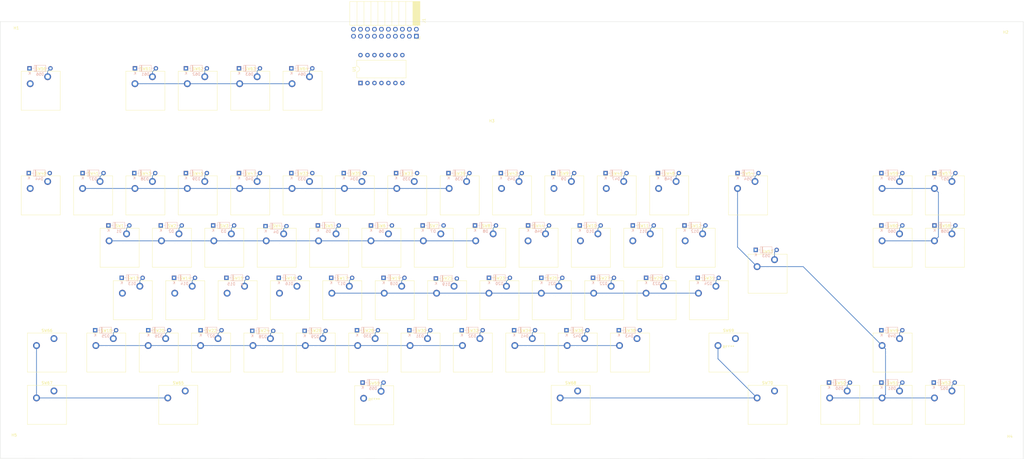
<source format=kicad_pcb>
(kicad_pcb (version 20221018) (generator pcbnew)
  (layers (0 "F.Cu" signal) (31 "B.Cu" signal) (34 "B.Paste" user) (35 "F.Paste" user) (36 "B.SilkS" user "B.Silkscreen") (37 "F.SilkS" user "F.Silkscreen") (38 "B.Mask" user) (39 "F.Mask" user) (44 "Edge.Cuts" user))
  (net 0 "")
  (net 1 "VCC")
  (net 2 "/mod1")
  (net 3 "/col0")
  (net 4 "/row0")
  (net 5 "/col1")
  (net 6 "/row1")
  (net 7 "/col2")
  (net 8 "/row2")
  (net 9 "/col3")
  (net 10 "/row3")
  (net 11 "/col4")
  (net 12 "/row4")
  (net 13 "/col5")
  (net 14 "/row5")
  (net 15 "/col6")
  (net 16 "/row6")
  (net 17 "/col7")
  (net 18 "/row7")
  (net 19 "/mod0")
  (net 20 "GND")
  (net 21 "Net-(R9-Pad1)")
  (net 22 "Net-(R10-Pad1)")
  (net 23 "Net-(R11-Pad1)")
  (net 26 "Net-(D1-A)")
  (net 27 "Net-(D2-A)")
  (net 28 "Net-(D3-A)")
  (net 29 "Net-(D4-A)")
  (net 30 "Net-(D5-A)")
  (net 31 "Net-(D6-A)")
  (net 32 "Net-(D7-A)")
  (net 33 "Net-(D8-A)")
  (net 34 "Net-(D9-A)")
  (net 35 "Net-(D10-A)")
  (net 36 "Net-(D11-A)")
  (net 37 "Net-(D12-A)")
  (net 38 "Net-(D13-A)")
  (net 39 "Net-(D14-A)")
  (net 40 "Net-(D15-A)")
  (net 41 "Net-(D16-A)")
  (net 42 "Net-(D17-A)")
  (net 43 "Net-(D18-K)")
  (net 44 "Net-(D18-A)")
  (net 45 "Net-(D19-A)")
  (net 46 "Net-(D20-A)")
  (net 47 "Net-(D21-A)")
  (net 48 "Net-(D22-A)")
  (net 49 "Net-(D23-A)")
  (net 50 "Net-(D24-A)")
  (net 51 "Net-(D25-A)")
  (net 52 "Net-(D26-A)")
  (net 53 "Net-(D27-A)")
  (net 54 "Net-(D28-A)")
  (net 55 "Net-(D29-A)")
  (net 56 "Net-(D30-A)")
  (net 57 "Net-(D31-A)")
  (net 58 "Net-(D32-A)")
  (net 59 "Net-(D33-A)")
  (net 60 "Net-(D34-A)")
  (net 61 "Net-(D35-A)")
  (net 62 "Net-(D36-A)")
  (net 63 "Net-(D37-A)")
  (net 64 "Net-(D38-A)")
  (net 65 "Net-(D39-A)")
  (net 66 "Net-(D40-A)")
  (net 67 "Net-(D41-A)")
  (net 68 "Net-(D42-A)")
  (net 69 "Net-(D43-A)")
  (net 70 "Net-(D44-A)")
  (net 71 "Net-(D45-A)")
  (net 72 "Net-(D46-A)")
  (net 73 "Net-(D47-A)")
  (net 74 "Net-(D48-A)")
  (net 75 "Net-(D49-A)")
  (net 76 "Net-(D50-A)")
  (net 77 "Net-(D51-A)")
  (net 78 "Net-(D52-A)")
  (net 79 "Net-(D53-A)")
  (net 80 "Net-(D54-A)")
  (net 81 "Net-(D55-A)")
  (net 82 "Net-(D56-A)")
  (net 83 "Net-(D57-A)")
  (net 84 "Net-(D58-A)")
  (net 85 "Net-(D59-A)")
  (net 86 "Net-(D60-A)")
  (net 87 "Net-(D61-A)")
  (net 88 "Net-(D62-A)")
  (net 89 "Net-(D63-A)")
  (net 90 "Net-(D64-A)")
  (footprint "PCM_Switch_Keyboard_Cherry_MX:SW_Cherry_MX_PCB_1.00u" (layer "F.Cu") (at 145.796 118.11)
    (fp_text reference "SW5")
    (fp_text value "T")
  )
  (footprint "PCM_Switch_Keyboard_Cherry_MX:SW_Cherry_MX_PCB_1.00u" (layer "F.Cu") (at 40.894 60.96)
    (fp_text reference "SW56")
    (fp_text value "Escape")
  )
  (footprint "PCM_Switch_Keyboard_Cherry_MX:SW_Cherry_MX_PCB_2.00u" (layer "F.Cu") (at 298.196 99.06)
    (fp_text reference "SW54")
    (fp_text value "Backspace")
  )
  (footprint "PCM_Switch_Keyboard_Cherry_MX:SW_Cherry_MX_PCB_1.00u" (layer "F.Cu") (at 231.394 99.06)
    (fp_text reference "SW9")
    (fp_text value "O")
  )
  (footprint "PCM_Switch_Keyboard_Cherry_MX:SW_Cherry_MX_PCB_1.00u" (layer "F.Cu") (at 283.972 137.16)
    (fp_text reference "SW31")
    (fp_text value "*")
  )
  (footprint "PCM_Switch_Keyboard_Cherry_MX:SW_Cherry_MX_PCB_1.00u" (layer "F.Cu") (at 207.772 137.16)
    (fp_text reference "SW23")
    (fp_text value "K")
  )
  (footprint "PCM_Switch_Keyboard_Cherry_MX:SW_Cherry_MX_PCB_1.00u" (layer "F.Cu") (at 83.82 156.21)
    (fp_text reference "SW20")
    (fp_text value "Z")
  )
  (footprint "PCM_Switch_Keyboard_Cherry_MX:SW_Cherry_MX_PCB_1.00u" (layer "F.Cu") (at 260.096 118.11)
    (fp_text reference "SW11")
    (fp_text value "Å")
  )
  (footprint "PCM_Switch_Keyboard_Cherry_MX:SW_Cherry_MX_PCB_1.00u" (layer "F.Cu") (at 164.846 118.11)
    (fp_text reference "SW6")
    (fp_text value "Y")
  )
  (footprint "PCM_Switch_Keyboard_Cherry_MX:SW_Cherry_MX_PCB_1.00u" (layer "F.Cu") (at 64.77 156.21)
    (fp_text reference "SW18")
    (fp_text value "<")
  )
  (footprint "PCM_Switch_Keyboard_Cherry_MX:SW_Cherry_MX_PCB_1.00u" (layer "F.Cu") (at 369.824 99.06)
    (fp_text reference "SW57")
    (fp_text value "PageUp")
  )
  (footprint "PCM_Switch_Keyboard_Cherry_MX:SW_Cherry_MX_PCB_1.00u" (layer "F.Cu") (at 179.07 156.21)
    (fp_text reference "SW30")
    (fp_text value "N")
  )
  (footprint "MountingHole:MountingHole_2.5mm" (layer "F.Cu") (at 204.978 75.438)
    (fp_text reference "H3")
    (fp_text value "MountingHole")
  )
  (footprint "MountingHole:MountingHole_2.5mm" (layer "F.Cu") (at 31.242 189.738)
    (fp_text reference "H5")
    (fp_text value "MountingHole")
  )
  (footprint "PCM_Switch_Keyboard_Cherry_MX:SW_Cherry_MX_PCB_1.00u" (layer "F.Cu") (at 117.094 60.96)
    (fp_text reference "SW63")
    (fp_text value "F3")
  )
  (footprint "PCM_Switch_Keyboard_Cherry_MX:SW_Cherry_MX_PCB_1.00u" (layer "F.Cu") (at 226.822 137.16)
    (fp_text reference "SW25")
    (fp_text value "L")
  )
  (footprint "PCM_Mounting_Keyboard_Stabilizer:Stabilizer_Cherry_MX_6.00u" (layer "F.Cu") (at 162.179 175.387)
    (fp_text reference "REF**")
    (fp_text value "Stabilizer_Cherry_MX_6.00u")
  )
  (footprint "PCM_Switch_Keyboard_Cherry_MX:SW_Cherry_MX_PCB_1.00u" (layer "F.Cu") (at 193.294 99.06)
    (fp_text reference "SW39")
    (fp_text value "8")
  )
  (footprint "PCM_Switch_Keyboard_Cherry_MX:SW_Cherry_MX_PCB_1.00u" (layer "F.Cu") (at 350.774 118.11)
    (fp_text reference "SW60")
    (fp_text value "End")
  )
  (footprint "PCM_Switch_Keyboard_Cherry_MX:SW_Cherry_MX_PCB_2.75u" (layer "F.Cu") (at 291.084 156.21)
    (fp_text reference "SW69")
    (fp_text value "Shift")
  )
  (footprint "PCM_Switch_Keyboard_Cherry_MX:SW_Cherry_MX_PCB_ISOEnter" (layer "F.Cu") (at 305.308 127.508)
    (fp_text reference "SW53")
    (fp_text value "Enter")
  )
  (footprint "PCM_Switch_Keyboard_Cherry_MX:SW_Cherry_MX_PCB_1.00u" (layer "F.Cu") (at 255.27 156.21)
    (fp_text reference "SW38")
    (fp_text value "-")
  )
  (footprint "Connector_PinSocket_2.54mm:PinSocket_2x10_P2.54mm_Horizontal" (layer "F.Cu") (at 177.546 41.148 -90)
    (fp_text reference "J1")
    (fp_text value "keyboard connector")
  )
  (footprint "PCM_Switch_Keyboard_Cherry_MX:SW_Cherry_MX_PCB_1.00u" (layer "F.Cu") (at 236.22 156.21)
    (fp_text reference "SW36")
    (fp_text value ":")
  )
  (footprint "PCM_Switch_Keyboard_Cherry_MX:SW_Cherry_MX_PCB_1.00u" (layer "F.Cu") (at 121.92 156.21)
    (fp_text reference "SW24")
    (fp_text value "C")
  )
  (footprint "PCM_Switch_Keyboard_Cherry_MX:SW_Cherry_MX_PCB_1.00u" (layer "F.Cu") (at 250.444 99.06)
    (fp_text reference "SW46")
    (fp_text value "+")
  )
  (footprint "PCM_Switch_Keyboard_Cherry_MX:SW_Cherry_MX_PCB_1.00u" (layer "F.Cu") (at 202.946 118.11)
    (fp_text reference "SW8")
    (fp_text value "I")
  )
  (footprint "PCM_Switch_Keyboard_Cherry_MX:SW_Cherry_MX_PCB_1.00u" (layer "F.Cu") (at 331.724 175.26)
    (fp_text reference "SW50")
    (fp_text value "Left")
  )
  (footprint "PCM_Switch_Keyboard_Cherry_MX:SW_Cherry_MX_PCB_1.00u" (layer "F.Cu") (at 40.894 99.06)
    (fp_text reference "SW40")
    (fp_text value "§")
  )
  (footprint "PCM_Switch_Keyboard_Cherry_MX:SW_Cherry_MX_PCB_1.25u" (layer "F.Cu") (at 90.932 175.26)
    (fp_text reference "SW65")
    (fp_text value "Alt")
  )
  (footprint "PCM_Switch_Keyboard_Cherry_MX:SW_Cherry_MX_PCB_1.00u" (layer "F.Cu") (at 107.696 118.11)
    (fp_text reference "SW3")
    (fp_text value "E")
  )
  (footprint "PCM_Switch_Keyboard_Cherry_MX:SW_Cherry_MX_PCB_1.00u" (layer "F.Cu") (at 350.774 156.21)
    (fp_text reference "SW49")
    (fp_text value "Up")
  )
  (footprint "PCM_Switch_Keyboard_Cherry_MX:SW_Cherry_MX_PCB_1.00u" (layer "F.Cu") (at 174.244 99.06)
    (fp_text reference "SW37")
    (fp_text value "7")
  )
  (footprint "PCM_Switch_Keyboard_Cherry_MX:SW_Cherry_MX_PCB_1.00u" (layer "F.Cu") (at 264.922 137.16)
    (fp_text reference "SW29")
    (fp_text value "Ä")
  )
  (footprint "PCM_Switch_Keyboard_Cherry_MX:SW_Cherry_MX_PCB_1.00u" (layer "F.Cu") (at 160.02 156.21)
    (fp_text reference "SW28")
    (fp_text value "B")
  )
  (footprint "PCM_Switch_Keyboard_Cherry_MX:SW_Cherry_MX_PCB_1.25u" (layer "F.Cu") (at 43.18 175.26)
    (fp_text reference "SW67")
    (fp_text value "Ctrl")
  )
  (footprint "PCM_Switch_Keyboard_Cherry_MX:SW_Cherry_MX_PCB_1.00u" (layer "F.Cu") (at 269.494 99.06)
    (fp_text reference "SW48")
    (fp_text value "Backtick")
  )
  (footprint "PCM_Switch_Keyboard_Cherry_MX:SW_Cherry_MX_PCB_1.00u" (layer "F.Cu") (at 350.774 175.26)
    (fp_text reference "SW51")
    (fp_text value "Down")
  )
  (footprint "PCM_Switch_Keyboard_Cherry_MX:SW_Cherry_MX_PCB_1.00u" (layer "F.Cu") (at 112.522 137.16)
    (fp_text reference "SW15")
    (fp_text value "D")
  )
  (footprint "PCM_Switch_Keyboard_Cherry_MX:SW_Cherry_MX_PCB_1.00u" (layer "F.Cu") (at 93.472 137.16)
    (fp_text reference "SW14")
    (fp_text value "S")
  )
  (footprint "PCM_Switch_Keyboard_Cherry_MX:SW_Cherry_MX_PCB_1.00u" (layer "F.Cu") (at 59.944 99.06)
    (fp_text reference "SW41")
    (fp_text value "1")
  )
  (footprint "PCM_Switch_Keyboard_Cherry_MX:SW_Cherry_MX_PCB_1.00u" (layer "F.Cu") (at 279.146 118.11)
    (fp_text reference "SW12")
    (fp_text value "^")
  )
  (footprint "Package_DIP:DIP-14_W10.16mm" (layer "F.Cu") (at 157.226 58.166 90)
    (fp_text reference "U1")
    (fp_text value "74HCT32")
  )
  (footprint "PCM_Switch_Keyboard_Cherry_MX:SW_Cherry_MX_PCB_1.00u" (layer "F.Cu") (at 136.144 99.06)
    (fp_text reference "SW33")
    (fp_text value "5")
  )
  (footprint "PCM_Switch_Keyboard_Cherry_MX:SW_Cherry_MX_PCB_1.00u" (layer "F.Cu") (at 221.996 118.11)
    (fp_text reference "SW44")
    (fp_text value "0")
  )
  (footprint "PCM_Switch_Keyboard_Cherry_MX:SW_Cherry_MX_PCB_1.00u" (layer "F.Cu") (at 162.179 175.387)
    (fp_text reference "SW55")
    (fp_text value "Space")
  )
  (footprint "PCM_Switch_Keyboard_Cherry_MX:SW_Cherry_MX_PCB_1.00u" (layer "F.Cu") (at 78.994 60.96)
    (fp_text reference "SW61")
    (fp_text value "F1")
  )
  (footprint "PCM_Switch_Keyboard_Cherry_MX:SW_Cherry_MX_PCB_1.25u" (layer "F.Cu") (at 233.68 175.26)
    (fp_text reference "SW68")
    (fp_text value "Alt")
  )
  (footprint "MountingHole:MountingHole_2.5mm" (layer "F.Cu") (at 391.922 43.18)
    (fp_text reference "H2")
    (fp_text value "MountingHole")
  )
  (footprint "PCM_Switch_Keyboard_Cherry_MX:SW_Cherry_MX_PCB_1.00u" (layer "F.Cu") (at 126.746 118.11)
    (fp_text reference "SW4")
    (fp_text value "R")
  )
  (footprint "PCM_Switch_Keyboard_Cherry_MX:SW_Cherry_MX_PCB_1.00u" (layer "F.Cu") (at 88.646 118.11)
    (fp_text reference "SW2")
    (fp_text value "W")
  )
  (footprint "PCM_Switch_Keyboard_Cherry_MX:SW_Cherry_MX_PCB_1.00u" (layer "F.Cu") (at 131.572 137.16)
    (fp_text reference "SW16")
    (fp_text value "F")
  )
  (footprint "PCM_Switch_Keyboard_Cherry_MX:SW_Cherry_MX_PCB_1.25u" (layer "F.Cu") (at 43.18 156.21)
    (fp_text reference "SW66")
    (fp_text value "Shift")
  )
  (footprint "PCM_Switch_Keyboard_Cherry_MX:SW_Cherry_MX_PCB_1.00u" (layer "F.Cu") (at 245.872 137.16)
    (fp_text reference "SW27")
    (fp_text value "Ö")
  )
  (footprint "PCM_Switch_Keyboard_Cherry_MX:SW_Cherry_MX_PCB_1.00u" (layer "F.Cu") (at 350.774 99.06)
    (fp_text reference "SW59")
    (fp_text value "Home")
  )
  (footprint "PCM_Switch_Keyboard_Cherry_MX:SW_Cherry_MX_PCB_1.00u" (layer "F.Cu") (at 140.97 156.21)
    (fp_text reference "SW26")
    (fp_text value "V")
  )
  (footprint "PCM_Switch_Keyboard_Cherry_MX:SW_Cherry_MX_PCB_1.00u" (layer "F.Cu") (at 212.344 99.06)
    (fp_text reference "SW42")
    (fp_text value "9")
  )
  (footprint "PCM_Switch_Keyboard_Cherry_MX:SW_Cherry_MX_PCB_1.00u" (layer "F.Cu") (at 98.044 60.96)
    (fp_text reference "SW62")
    (fp_text value "F2")
  )
  (footprint "PCM_Switch_Keyboard_Cherry_MX:SW_Cherry_MX_PCB_1.00u" (layer "F.Cu") (at 155.194 99.06)
    (fp_text reference "SW35")
    (fp_text value "6")
  )
  (footprint "PCM_Switch_Keyboard_Cherry_MX:SW_Cherry_MX_PCB_1.25u" (layer "F.Cu") (at 305.308 175.26)
    (fp_text reference "SW70")
    (fp_text value "Ctrl")
  )
  (footprint "PCM_Switch_Keyboard_Cherry_MX:SW_Cherry_MX_PCB_1.00u" (layer "F.Cu") (at 136.144 60.96)
    (fp_text reference "SW64")
    (fp_text value "F4")
  )
  (footprint "PCM_Switch_Keyboard_Cherry_MX:SW_Cherry_MX_PCB_1.00u" (layer "F.Cu") (at 198.12 156.21)
    (fp_text reference "SW32")
    (fp_text value "M")
  )
  (footprint "PCM_Switch_Keyboard_Cherry_MX:SW_Cherry_MX_PCB_1.00u" (layer "F.Cu") (at 241.046 118.11)
    (fp_text reference "SW10")
    (fp_text value "P")
  )
  (footprint "MountingHole:MountingHole_2.5mm" (layer "F.Cu") (at 393.446 190.246)
    (fp_text reference "H4")
    (fp_text value "MountingHole")
  )
  (footprint "MountingHole:MountingHole_2.5mm" (layer "F.Cu") (at 32.004 41.656)
    (fp_text reference "H1")
    (fp_text value "MountingHole")
  )
  (footprint "PCM_Switch_Keyboard_Cherry_MX:SW_Cherry_MX_PCB_1.00u" (layer "F.Cu") (at 69.596 118.11)
    (fp_text reference "SW1")
    (fp_text value "Q")
  )
  (footprint "PCM_Switch_Keyboard_Cherry_MX:SW_Cherry_MX_PCB_1.00u" (layer "F.Cu") (at 150.622 137.16)
    (fp_text reference "SW17")
    (fp_text value "G")
  )
  (footprint "PCM_Switch_Keyboard_Cherry_MX:SW_Cherry_MX_PCB_1.00u" (layer "F.Cu") (at 217.17 156.21)
    (fp_text reference "SW34")
    (fp_text value ";")
  )
  (footprint "PCM_Switch_Keyboard_Cherry_MX:SW_Cherry_MX_PCB_1.00u" (layer "F.Cu") (at 369.824 175.26)
    (fp_text reference "SW52")
    (fp_text value "Right")
  )
  (footprint "PCM_Switch_Keyboard_Cherry_MX:SW_Cherry_MX_PCB_1.00u" (layer "F.Cu") (at 369.824 118.11)
    (fp_text reference "SW58")
    (fp_text value "PageDown")
  )
  (footprint "PCM_Switch_Keyboard_Cherry_MX:SW_Cherry_MX_PCB_1.00u" (layer "F.Cu") (at 102.87 156.21)
    (fp_text reference "SW22")
    (fp_text value "X")
  )
  (footprint "PCM_Switch_Keyboard_Cherry_MX:SW_Cherry_MX_PCB_1.00u" (layer "F.Cu") (at 98.044 99.06)
    (fp_text reference "SW45")
    (fp_text value "3")
  )
  (footprint "PCM_Switch_Keyboard_Cherry_MX:SW_Cherry_MX_PCB_1.00u" (layer "F.Cu") (at 74.422 137.16)
    (fp_text reference "SW13")
    (fp_text value "A")
  )
  (footprint "PCM_Switch_Keyboard_Cherry_MX:SW_Cherry_MX_PCB_1.00u" (layer "F.Cu") (at 188.722 137.16)
    (fp_text reference "SW21")
    (fp_text value "J")
  )
  (footprint "PCM_Switch_Keyboard_Cherry_MX:SW_Cherry_MX_PCB_1.00u" (layer "F.Cu") (at 78.994 99.06)
    (fp_text reference "SW43")
    (fp_text value "2")
  )
  (footprint "PCM_Mounting_Keyboard_Stabilizer:Stabilizer_Cherry_MX_2.00u" (layer "F.Cu") (at 291.084 156.21)
    (fp_text reference "REF**")
    (fp_text value "Stabilizer_Cherry_MX_2.00u")
  )
  (footprint "PCM_Switch_Keyboard_Cherry_MX:SW_Cherry_MX_PCB_1.00u" (layer "F.Cu") (at 169.672 137.16)
    (fp_text reference "SW19")
    (fp_text value "H")
  )
  (footprint "PCM_Switch_Keyboard_Cherry_MX:SW_Cherry_MX_PCB_1.00u" (layer "F.Cu") (at 183.896 118.11)
    (fp_text reference "SW7")
    (fp_text value "U")
  )
  (footprint "PCM_Switch_Keyboard_Cherry_MX:SW_Cherry_MX_PCB_1.00u" (layer "F.Cu") (at 117.094 99.06)
    (fp_text reference "SW47")
    (fp_text value "4")
  )
  (footprint "Diode_THT:D_DO-35_SOD27_P7.62mm_Horizontal" (layer "B.Cu") (at 346.71 109.982)
    (fp_text reference "D60")
    (fp_text value "1N4448")
  )
  (footprint "Diode_THT:D_DO-35_SOD27_P7.62mm_Horizontal" (layer "B.Cu") (at 93.726 52.832)
    (fp_text reference "D62")
    (fp_text value "1N4448")
  )
  (footprint "Diode_THT:D_DO-35_SOD27_P7.62mm_Horizontal" (layer "B.Cu") (at 175.006 148.082)
    (fp_text reference "D31")
    (fp_text value "1N4448")
  )
  (footprint "Diode_THT:D_DO-35_SOD27_P7.62mm_Horizontal" (layer "B.Cu") (at 251.206 148.082)
    (fp_text reference "D43")
    (fp_text value "1N4448")
  )
  (footprint "Diode_THT:D_DO-35_SOD27_P7.62mm_Horizontal" (layer "B.Cu") (at 108.458 129.032)
    (fp_text reference "D15")
    (fp_text value "1N4448")
  )
  (footprint "Diode_THT:D_DO-35_SOD27_P7.62mm_Horizontal" (layer "B.Cu") (at 261.112 129.032)
    (fp_text reference "D23")
    (fp_text value "1N4448")
  )
  (footprint "Diode_THT:D_DO-35_SOD27_P7.62mm_Horizontal" (layer "B.Cu") (at 246.38 90.932)
    (fp_text reference "D47")
    (fp_text value "1N4448")
  )
  (footprint "Diode_THT:D_DO-35_SOD27_P7.62mm_Horizontal" (layer "B.Cu") (at 232.156 148.082)
    (fp_text reference "D42")
    (fp_text value "1N4448")
  )
  (footprint "Diode_THT:D_DO-35_SOD27_P7.62mm_Horizontal" (layer "B.Cu") (at 99.06 148.082)
    (fp_text reference "D27")
    (fp_text value "1N4448")
  )
  (footprint "Diode_THT:D_DO-35_SOD27_P7.62mm_Horizontal" (layer "B.Cu") (at 203.962 129.032)
    (fp_text reference "D20")
    (fp_text value "1N4448")
  )
  (footprint "Diode_THT:D_DO-35_SOD27_P7.62mm_Horizontal" (layer "B.Cu") (at 117.856 148.336)
    (fp_text reference "D28")
    (fp_text value "1N4448")
  )
  (footprint "Diode_THT:D_DO-35_SOD27_P7.62mm_Horizontal" (layer "B.Cu") (at 151.13 90.932)
    (fp_text reference "D34")
    (fp_text value "1N4448")
  )
  (footprint "Diode_THT:D_DO-35_SOD27_P7.62mm_Horizontal" (layer "B.Cu") (at 213.106 148.082)
    (fp_text reference "D41")
    (fp_text value "1N4448")
  )
  (footprint "Diode_THT:D_DO-35_SOD27_P7.62mm_Horizontal" (layer "B.Cu") (at 127.508 129.032)
    (fp_text reference "D16")
    (fp_text value "1N4448")
  )
  (footprint "Diode_THT:D_DO-35_SOD27_P7.62mm_Horizontal" (layer "B.Cu") (at 218.186 109.982)
    (fp_text reference "D46")
    (fp_text value "1N4448")
  )
  (footprint "Diode_THT:D_DO-35_SOD27_P7.62mm_Horizontal" (layer "B.Cu") (at 157.988 167.132)
    (fp_text reference "D55")
    (fp_text value "1N4448")
  )
  (footprint "Diode_THT:D_DO-35_SOD27_P7.62mm_Horizontal" (layer "B.Cu") (at 365.76 167.132)
    (fp_text reference "D52")
    (fp_text value "1N4448")
  )
  (footprint "Diode_THT:D_DO-35_SOD27_P7.62mm_Horizontal" (layer "B.Cu") (at 93.726 90.932)
    (fp_text reference "D39")
    (fp_text value "1N4448")
  )
  (footprint "Diode_THT:D_DO-35_SOD27_P7.62mm_Horizontal" (layer "B.Cu") (at 113.03 52.832)
    (fp_text reference "D63")
    (fp_text value "1N4448")
  )
  (footprint "Diode_THT:D_DO-35_SOD27_P7.62mm_Horizontal" (layer "B.Cu") (at 146.558 129.032)
    (fp_text reference "D17")
    (fp_text value "1N4448")
  )
  (footprint "Diode_THT:D_DO-35_SOD27_P7.62mm_Horizontal" (layer "B.Cu") (at 346.71 148.082)
    (fp_text reference "D49")
    (fp_text value "1N4448")
  )
  (footprint "Diode_THT:D_DO-35_SOD27_P7.62mm_Horizontal" (layer "B.Cu") (at 141.732 109.982)
    (fp_text reference "D5")
    (fp_text value "1N4448")
  )
  (footprint "Diode_THT:D_DO-35_SOD27_P7.62mm_Horizontal" (layer "B.Cu") (at 208.28 90.932)
    (fp_text reference "D45")
    (fp_text value "1N4448")
  )
  (footprint "Diode_THT:D_DO-35_SOD27_P7.62mm_Horizontal" (layer "B.Cu") (at 65.532 109.982)
    (fp_text reference "D1")
    (fp_text value "1N4448")
  )
  (footprint "Diode_THT:D_DO-35_SOD27_P7.62mm_Horizontal" (layer "B.Cu") (at 56.134 90.932)
    (fp_text reference "D37")
    (fp_text value "1N4448")
  )
  (footprint "Diode_THT:D_DO-35_SOD27_P7.62mm_Horizontal" (layer "B.Cu") (at 36.576 90.932)
    (fp_text reference "D44")
    (fp_text value "1N4448")
  )
  (footprint "Diode_THT:D_DO-35_SOD27_P7.62mm_Horizontal" (layer "B.Cu") (at 155.956 148.082)
    (fp_text reference "D30")
    (fp_text value "1N4448")
  )
  (footprint "Diode_THT:D_DO-35_SOD27_P7.62mm_Horizontal" (layer "B.Cu") (at 132.08 90.932)
    (fp_text reference "D33")
    (fp_text value "1N4448")
  )
  (footprint "Diode_THT:D_DO-35_SOD27_P7.62mm_Horizontal" (layer "B.Cu") (at 346.71 167.132)
    (fp_text reference "D51")
    (fp_text value "1N4448")
  )
  (footprint "Diode_THT:D_DO-35_SOD27_P7.62mm_Horizontal" (layer "B.Cu") (at 279.908 129.032)
    (fp_text reference "D24")
    (fp_text value "1N4448")
  )
  (footprint "Diode_THT:D_DO-35_SOD27_P7.62mm_Horizontal" (layer "B.Cu") (at 170.18 90.932)
    (fp_text reference "D35")
    (fp_text value "1N4448")
  )
  (footprint "Diode_THT:D_DO-35_SOD27_P7.62mm_Horizontal" (layer "B.Cu") (at 366.014 90.932)
    (fp_text reference "D57")
    (fp_text value "1N4448")
  )
  (footprint "Diode_THT:D_DO-35_SOD27_P7.62mm_Horizontal" (layer "B.Cu") (at 136.906 148.336)
    (fp_text reference "D29")
    (fp_text value "1N4448")
  )
  (footprint "Diode_THT:D_DO-35_SOD27_P7.62mm_Horizontal" (layer "B.Cu") (at 227.33 90.932)
    (fp_text reference "D9")
    (fp_text value "1N4448")
  )
  (footprint "Diode_THT:D_DO-35_SOD27_P7.62mm_Horizontal" (layer "B.Cu") (at 236.982 109.982)
    (fp_text reference "D10")
    (fp_text value "1N4448")
  )
  (footprint "Diode_THT:D_DO-35_SOD27_P7.62mm_Horizontal" (layer "B.Cu") (at 36.83 52.832)
    (fp_text reference "D56")
    (fp_text value "1N4448")
  )
  (footprint "Diode_THT:D_DO-35_SOD27_P7.62mm_Horizontal" (layer "B.Cu") (at 189.23 90.932)
    (fp_text reference "D36")
    (fp_text value "1N4448")
  )
  (footprint "Diode_THT:D_DO-35_SOD27_P7.62mm_Horizontal" (layer "B.Cu") (at 60.706 148.082)
    (fp_text reference "D25")
    (fp_text value "1N4448")
  )
  (footprint "Diode_THT:D_DO-35_SOD27_P7.62mm_Horizontal" (layer "B.Cu") (at 265.43 90.932)
    (fp_text reference "D48")
    (fp_text value "1N4448")
  )
  (footprint "Diode_THT:D_DO-35_SOD27_P7.62mm_Horizontal" (layer "B.Cu") (at 223.012 129.032)
    (fp_text reference "D21")
    (fp_text value "1N4448")
  )
  (footprint "Diode_THT:D_DO-35_SOD27_P7.62mm_Horizontal" (layer "B.Cu") (at 194.056 148.082)
    (fp_text reference "D32")
    (fp_text value "1N4448")
  )
  (footprint "Diode_THT:D_DO-35_SOD27_P7.62mm_Horizontal" (layer "B.Cu") (at 70.358 129.032)
    (fp_text reference "D13")
    (fp_text value "1N4448")
  )
  (footprint "Diode_THT:D_DO-35_SOD27_P7.62mm_Horizontal" (layer "B.Cu") (at 184.658 129.286)
    (fp_text reference "D19")
    (fp_text value "1N4448")
  )
  (footprint "Diode_THT:D_DO-35_SOD27_P7.62mm_Horizontal" (layer "B.Cu") (at 122.682 110.236)
    (fp_text reference "D4")
    (fp_text value "1N4448")
  )
  (footprint "Diode_THT:D_DO-35_SOD27_P7.62mm_Horizontal" (layer "B.Cu") (at 84.582 109.982)
    (fp_text reference "D2")
    (fp_text value "1N4448")
  )
  (footprint "Diode_THT:D_DO-35_SOD27_P7.62mm_Horizontal" (layer "B.Cu") (at 165.608 129.032)
    (fp_text reference "D18")
    (fp_text value "1N4448")
  )
  (footprint "Diode_THT:D_DO-35_SOD27_P7.62mm_Horizontal" (layer "B.Cu") (at 346.71 90.932)
    (fp_text reference "D59")
    (fp_text value "1N4448")
  )
  (footprint "Diode_THT:D_DO-35_SOD27_P7.62mm_Horizontal" (layer "B.Cu") (at 89.408 129.032)
    (fp_text reference "D14")
    (fp_text value "1N4448")
  )
  (footprint "Diode_THT:D_DO-35_SOD27_P7.62mm_Horizontal" (layer "B.Cu") (at 103.632 109.982)
    (fp_text reference "D3")
    (fp_text value "1N4448")
  )
  (footprint "Diode_THT:D_DO-35_SOD27_P7.62mm_Horizontal" (layer "B.Cu") (at 300.99 118.872)
    (fp_text reference "D53")
    (fp_text value "1N4448")
  )
  (footprint "Diode_THT:D_DO-35_SOD27_P7.62mm_Horizontal" (layer "B.Cu") (at 75.184 52.832)
    (fp_text reference "D61")
    (fp_text value "1N4448")
  )
  (footprint "Diode_THT:D_DO-35_SOD27_P7.62mm_Horizontal" (layer "B.Cu") (at 132.08 52.832)
    (fp_text reference "D64")
    (fp_text value "1N4448")
  )
  (footprint "Diode_THT:D_DO-35_SOD27_P7.62mm_Horizontal" (layer "B.Cu") (at 80.01 148.082)
    (fp_text reference "D26")
    (fp_text value "1N4448")
  )
  (footprint "Diode_THT:D_DO-35_SOD27_P7.62mm_Horizontal" (layer "B.Cu") (at 113.03 90.932)
    (fp_text reference "D40")
    (fp_text value "1N4448")
  )
  (footprint "Diode_THT:D_DO-35_SOD27_P7.62mm_Horizontal" (layer "B.Cu") (at 275.082 109.982)
    (fp_text reference "D12")
    (fp_text value "1N4448")
  )
  (footprint "Diode_THT:D_DO-35_SOD27_P7.62mm_Horizontal" (layer "B.Cu") (at 241.808 129.032)
    (fp_text reference "D22")
    (fp_text value "1N4448")
  )
  (footprint "Diode_THT:D_DO-35_SOD27_P7.62mm_Horizontal" (layer "B.Cu") (at 161.036 109.982)
    (fp_text reference "D6")
    (fp_text value "1N4448")
  )
  (footprint "Diode_THT:D_DO-35_SOD27_P7.62mm_Horizontal" (layer "B.Cu") (at 327.66 167.132)
    (fp_text reference "D50")
    (fp_text value "1N4448")
  )
  (footprint "Diode_THT:D_DO-35_SOD27_P7.62mm_Horizontal" (layer "B.Cu") (at 366.014 109.982)
    (fp_text reference "D58")
    (fp_text value "1N4448")
  )
  (footprint "Diode_THT:D_DO-35_SOD27_P7.62mm_Horizontal" (layer "B.Cu") (at 198.882 109.982)
    (fp_text reference "D8")
    (fp_text value "1N4448")
  )
  (footprint "Diode_THT:D_DO-35_SOD27_P7.62mm_Horizontal" (layer "B.Cu") (at 256.286 109.982)
    (fp_text reference "D11")
    (fp_text value "1N4448")
  )
  (footprint "Diode_THT:D_DO-35_SOD27_P7.62mm_Horizontal" (layer "B.Cu") (at 179.832 109.982)
    (fp_text reference "D7")
    (fp_text value "1N4448")
  )
  (footprint "Diode_THT:D_DO-35_SOD27_P7.62mm_Horizontal" (layer "B.Cu") (at 74.93 90.932)
    (fp_text reference "D38")
    (fp_text value "1N4448")
  )
  (footprint "Diode_THT:D_DO-35_SOD27_P7.62mm_Horizontal" (layer "B.Cu") (at 294.386 90.932)
    (fp_text reference "D54")
    (fp_text value "1N4448")
  )
  (gr_line (start 26.162 194.691) (end 398.272 194.945) (stroke (width 0.1)) (layer "Edge.Cuts"))
  (gr_line (start 26.162 35.814) (end 398.272 35.814) (stroke (width 0.1)) (layer "Edge.Cuts"))
  (gr_line (start 398.272 194.945) (end 398.272 35.814) (stroke (width 0.1)) (layer "Edge.Cuts"))
  (gr_line (start 26.162 35.814) (end 26.162 194.691) (stroke (width 0.1)) (layer "Edge.Cuts"))
  (segment (start 39.37 172.72) (end 87.122 172.72) (width 0.25) (layer "B.Cu") (net 1))
  (segment (start 39.37 153.67) (end 39.37 172.72) (width 0.25) (layer "B.Cu") (net 1))
  (segment (start 287.274 153.67) (end 287.274 158.496) (width 0.25) (layer "B.Cu") (net 1))
  (segment (start 287.274 158.496) (end 301.498 172.72) (width 0.25) (layer "B.Cu") (net 1))
  (segment (start 301.498 172.72) (end 229.87 172.72) (width 0.25) (layer "B.Cu") (net 1))
  (segment (start 103.886 115.57) (end 122.936 115.57) (width 0.25) (layer "B.Cu") (net 4))
  (segment (start 141.986 115.57) (end 161.036 115.57) (width 0.25) (layer "B.Cu") (net 4))
  (segment (start 122.936 115.57) (end 141.986 115.57) (width 0.25) (layer "B.Cu") (net 4))
  (segment (start 161.036 115.57) (end 180.086 115.57) (width 0.25) (layer "B.Cu") (net 4))
  (segment (start 84.836 115.57) (end 103.886 115.57) (width 0.25) (layer "B.Cu") (net 4))
  (segment (start 65.786 115.57) (end 84.836 115.57) (width 0.25) (layer "B.Cu") (net 4))
  (segment (start 180.086 115.57) (end 199.136 115.57) (width 0.25) (layer "B.Cu") (net 4))
  (segment (start 261.112 134.62) (end 242.062 134.62) (width 0.25) (layer "B.Cu") (net 8))
  (segment (start 280.162 134.62) (end 261.112 134.62) (width 0.25) (layer "B.Cu") (net 8))
  (segment (start 203.962 134.62) (end 184.912 134.62) (width 0.25) (layer "B.Cu") (net 8))
  (segment (start 146.812 134.62) (end 165.862 134.62) (width 0.25) (layer "B.Cu") (net 8))
  (segment (start 242.062 134.62) (end 223.012 134.62) (width 0.25) (layer "B.Cu") (net 8))
  (segment (start 223.012 134.62) (end 203.962 134.62) (width 0.25) (layer "B.Cu") (net 8))
  (segment (start 184.912 134.62) (end 165.862 134.62) (width 0.25) (layer "B.Cu") (net 8))
  (segment (start 60.96 153.67) (end 80.01 153.67) (width 0.25) (layer "B.Cu") (net 10))
  (segment (start 156.21 153.67) (end 175.26 153.67) (width 0.25) (layer "B.Cu") (net 10))
  (segment (start 175.26 153.67) (end 194.31 153.67) (width 0.25) (layer "B.Cu") (net 10))
  (segment (start 99.06 153.67) (end 118.11 153.67) (width 0.25) (layer "B.Cu") (net 10))
  (segment (start 118.11 153.67) (end 137.16 153.67) (width 0.25) (layer "B.Cu") (net 10))
  (segment (start 137.16 153.67) (end 156.21 153.67) (width 0.25) (layer "B.Cu") (net 10))
  (segment (start 80.01 153.67) (end 99.06 153.67) (width 0.25) (layer "B.Cu") (net 10))
  (segment (start 132.334 96.52) (end 151.384 96.52) (width 0.25) (layer "B.Cu") (net 12))
  (segment (start 94.234 96.52) (end 113.284 96.52) (width 0.25) (layer "B.Cu") (net 12))
  (segment (start 170.434 96.52) (end 189.484 96.52) (width 0.25) (layer "B.Cu") (net 12))
  (segment (start 151.384 96.52) (end 170.434 96.52) (width 0.25) (layer "B.Cu") (net 12))
  (segment (start 56.134 96.52) (end 75.184 96.52) (width 0.25) (layer "B.Cu") (net 12))
  (segment (start 75.184 96.52) (end 94.234 96.52) (width 0.25) (layer "B.Cu") (net 12))
  (segment (start 132.334 96.52) (end 113.284 96.52) (width 0.25) (layer "B.Cu") (net 12))
  (segment (start 232.41 153.67) (end 251.46 153.67) (width 0.25) (layer "B.Cu") (net 14))
  (segment (start 213.36 153.67) (end 232.41 153.67) (width 0.25) (layer "B.Cu") (net 14))
  (segment (start 366.014 172.72) (end 346.964 172.72) (width 0.25) (layer "B.Cu") (net 16))
  (segment (start 318.262 124.968) (end 346.964 153.67) (width 0.25) (layer "B.Cu") (net 16))
  (segment (start 301.498 124.968) (end 318.262 124.968) (width 0.25) (layer "B.Cu") (net 16))
  (segment (start 346.964 172.72) (end 327.914 172.72) (width 0.25) (layer "B.Cu") (net 16))
  (segment (start 294.386 117.856) (end 301.498 124.968) (width 0.25) (layer "B.Cu") (net 16))
  (segment (start 348.213999 171.470001) (end 348.213999 154.919999) (width 0.25) (layer "B.Cu") (net 16))
  (segment (start 348.213999 154.919999) (end 346.964 153.67) (width 0.25) (layer "B.Cu") (net 16))
  (segment (start 294.386 96.52) (end 294.386 117.856) (width 0.25) (layer "B.Cu") (net 16))
  (segment (start 346.964 172.72) (end 348.213999 171.470001) (width 0.25) (layer "B.Cu") (net 16))
  (segment (start 94.234 58.42) (end 113.284 58.42) (width 0.25) (layer "B.Cu") (net 18))
  (segment (start 366.014 115.57) (end 367.449 114.135) (width 0.25) (layer "B.Cu") (net 18))
  (segment (start 366.014 115.57) (end 346.964 115.57) (width 0.25) (layer "B.Cu") (net 18))
  (segment (start 75.184 58.42) (end 94.234 58.42) (width 0.25) (layer "B.Cu") (net 18))
  (segment (start 367.449 97.955) (end 366.014 96.52) (width 0.25) (layer "B.Cu") (net 18))
  (segment (start 366.014 96.52) (end 346.964 96.52) (width 0.25) (layer "B.Cu") (net 18))
  (segment (start 113.284 58.42) (end 132.334 58.42) (width 0.25) (layer "B.Cu") (net 18))
  (segment (start 367.449 114.135) (end 367.449 97.955) (width 0.25) (layer "B.Cu") (net 18))
  (segment (start 72.136 110.998) (end 73.152 109.982) (width 0.25) (layer "B.Cu") (net 26))
  (segment (start 72.136 113.03) (end 72.136 110.998) (width 0.25) (layer "B.Cu") (net 26))
  (segment (start 91.186 110.998) (end 92.202 109.982) (width 0.25) (layer "B.Cu") (net 27))
  (segment (start 91.186 113.03) (end 91.186 110.998) (width 0.25) (layer "B.Cu") (net 27))
  (segment (start 110.236 110.998) (end 111.252 109.982) (width 0.25) (layer "B.Cu") (net 28))
  (segment (start 110.236 113.03) (end 110.236 110.998) (width 0.25) (layer "B.Cu") (net 28))
  (segment (start 129.286 113.03) (end 129.286 111.252) (width 0.25) (layer "B.Cu") (net 29))
  (segment (start 129.286 111.252) (end 130.302 110.236) (width 0.25) (layer "B.Cu") (net 29))
  (segment (start 148.336 113.03) (end 148.336 110.998) (width 0.25) (layer "B.Cu") (net 30))
  (segment (start 148.336 110.998) (end 149.352 109.982) (width 0.25) (layer "B.Cu") (net 30))
  (segment (start 205.486 110.998) (end 206.502 109.982) (width 0.25) (layer "B.Cu") (net 33))
  (segment (start 205.486 113.03) (end 205.486 110.998) (width 0.25) (layer "B.Cu") (net 33))
  (segment (start 233.934 93.98) (end 233.934 91.948) (width 0.25) (layer "B.Cu") (net 34))
  (segment (start 233.934 91.948) (end 234.95 90.932) (width 0.25) (layer "B.Cu") (net 34))
  (segment (start 243.586 110.998) (end 244.602 109.982) (width 0.25) (layer "B.Cu") (net 35))
  (segment (start 243.586 113.03) (end 243.586 110.998) (width 0.25) (layer "B.Cu") (net 35))
  (segment (start 262.636 111.252) (end 263.906 109.982) (width 0.25) (layer "B.Cu") (net 36))
  (segment (start 262.636 113.03) (end 262.636 111.252) (width 0.25) (layer "B.Cu") (net 36))
  (segment (start 281.686 113.03) (end 281.686 110.998) (width 0.25) (layer "B.Cu") (net 37))
  (segment (start 281.686 110.998) (end 282.702 109.982) (width 0.25) (layer "B.Cu") (net 37))
  (segment (start 76.962 130.048) (end 77.978 129.032) (width 0.25) (layer "B.Cu") (net 38))
  (segment (start 76.962 132.08) (end 76.962 130.048) (width 0.25) (layer "B.Cu") (net 38))
  (segment (start 96.012 130.048) (end 97.028 129.032) (width 0.25) (layer "B.Cu") (net 39))
  (segment (start 96.012 132.08) (end 96.012 130.048) (width 0.25) (layer "B.Cu") (net 39))
  (segment (start 115.062 130.048) (end 116.078 129.032) (width 0.25) (layer "B.Cu") (net 40))
  (segment (start 115.062 132.08) (end 115.062 130.048) (width 0.25) (layer "B.Cu") (net 40))
  (segment (start 153.162 130.048) (end 154.178 129.032) (width 0.25) (layer "B.Cu") (net 42))
  (segment (start 153.162 132.08) (end 153.162 130.048) (width 0.25) (layer "B.Cu") (net 42))
  (segment (start 172.212 132.08) (end 172.212 130.048) (width 0.25) (layer "B.Cu") (net 44))
  (segment (start 172.212 130.048) (end 173.228 129.032) (width 0.25) (layer "B.Cu") (net 44))
  (segment (start 210.312 130.302) (end 211.582 129.032) (width 0.25) (layer "B.Cu") (net 46))
  (segment (start 210.312 132.08) (end 210.312 130.302) (width 0.25) (layer "B.Cu") (net 46))
  (segment (start 229.362 132.08) (end 229.362 130.302) (width 0.25) (layer "B.Cu") (net 47))
  (segment (start 229.362 130.302) (end 230.632 129.032) (width 0.25) (layer "B.Cu") (net 47))
  (segment (start 248.412 132.08) (end 248.412 130.048) (width 0.25) (layer "B.Cu") (net 48))
  (segment (start 248.412 130.048) (end 249.428 129.032) (width 0.25) (layer "B.Cu") (net 48))
  (segment (start 267.462 132.08) (end 267.462 130.302) (width 0.25) (layer "B.Cu") (net 49))
  (segment (start 267.462 130.302) (end 268.732 129.032) (width 0.25) (layer "B.Cu") (net 49))
  (segment (start 286.512 132.08) (end 286.512 130.048) (width 0.25) (layer "B.Cu") (net 50))
  (segment (start 286.512 130.048) (end 287.528 129.032) (width 0.25) (layer "B.Cu") (net 50))
  (segment (start 67.31 149.098) (end 68.326 148.082) (width 0.25) (layer "B.Cu") (net 51))
  (segment (start 67.31 151.13) (end 67.31 149.098) (width 0.25) (layer "B.Cu") (net 51))
  (segment (start 86.36 151.13) (end 86.36 149.352) (width 0.25) (layer "B.Cu") (net 52))
  (segment (start 86.36 149.352) (end 87.63 148.082) (width 0.25) (layer "B.Cu") (net 52))
  (segment (start 105.41 149.352) (end 106.68 148.082) (width 0.25) (layer "B.Cu") (net 53))
  (segment (start 105.41 151.13) (end 105.41 149.352) (width 0.25) (layer "B.Cu") (net 53))
  (segment (start 124.46 151.13) (end 124.46 149.352) (width 0.25) (layer "B.Cu") (net 54))
  (segment (start 124.46 149.352) (end 125.476 148.336) (width 0.25) (layer "B.Cu") (net 54))
  (segment (start 143.51 151.13) (end 143.51 149.352) (width 0.25) (layer "B.Cu") (net 55))
  (segment (start 143.51 149.352) (end 144.526 148.336) (width 0.25) (layer "B.Cu") (net 55))
  (segment (start 162.56 151.13) (end 162.56 149.098) (width 0.25) (layer "B.Cu") (net 56))
  (segment (start 162.56 149.098) (end 163.576 148.082) (width 0.25) (layer "B.Cu") (net 56))
  (segment (start 181.61 149.098) (end 182.626 148.082) (width 0.25) (layer "B.Cu") (net 57))
  (segment (start 181.61 151.13) (end 181.61 149.098) (width 0.25) (layer "B.Cu") (net 57))
  (segment (start 200.66 149.098) (end 201.676 148.082) (width 0.25) (layer "B.Cu") (net 58))
  (segment (start 200.66 151.13) (end 200.66 149.098) (width 0.25) (layer "B.Cu") (net 58))
  (segment (start 195.834 91.948) (end 196.85 90.932) (width 0.25) (layer "B.Cu") (net 62))
  (segment (start 195.834 93.98) (end 195.834 91.948) (width 0.25) (layer "B.Cu") (net 62))
  (segment (start 62.484 93.98) (end 62.484 92.202) (width 0.25) (layer "B.Cu") (net 63))
  (segment (start 62.484 92.202) (end 63.754 90.932) (width 0.25) (layer "B.Cu") (net 63))
  (segment (start 81.534 93.98) (end 81.534 91.948) (width 0.25) (layer "B.Cu") (net 64))
  (segment (start 81.534 91.948) (end 82.55 90.932) (width 0.25) (layer "B.Cu") (net 64))
  (segment (start 100.584 91.694) (end 101.346 90.932) (width 0.25) (layer "B.Cu") (net 65))
  (segment (start 100.584 93.98) (end 100.584 91.694) (width 0.25) (layer "B.Cu") (net 65))
  (segment (start 119.634 91.948) (end 120.65 90.932) (width 0.25) (layer "B.Cu") (net 66))
  (segment (start 119.634 93.98) (end 119.634 91.948) (width 0.25) (layer "B.Cu") (net 66))
  (segment (start 219.71 151.13) (end 219.71 149.098) (width 0.25) (layer "B.Cu") (net 67))
  (segment (start 219.71 149.098) (end 220.726 148.082) (width 0.25) (layer "B.Cu") (net 67))
  (segment (start 238.76 149.098) (end 239.776 148.082) (width 0.25) (layer "B.Cu") (net 68))
  (segment (start 238.76 151.13) (end 238.76 149.098) (width 0.25) (layer "B.Cu") (net 68))
  (segment (start 214.884 93.98) (end 214.884 91.948) (width 0.25) (layer "B.Cu") (net 71))
  (segment (start 214.884 91.948) (end 215.9 90.932) (width 0.25) (layer "B.Cu") (net 71))
  (segment (start 224.536 111.252) (end 225.806 109.982) (width 0.25) (layer "B.Cu") (net 72))
  (segment (start 224.536 113.03) (end 224.536 111.252) (width 0.25) (layer "B.Cu") (net 72))
  (segment (start 252.984 93.98) (end 252.984 91.948) (width 0.25) (layer "B.Cu") (net 73))
  (segment (start 252.984 91.948) (end 254 90.932) (width 0.25) (layer "B.Cu") (net 73))
  (segment (start 272.034 93.98) (end 272.034 91.948) (width 0.25) (layer "B.Cu") (net 74))
  (segment (start 272.034 91.948) (end 273.05 90.932) (width 0.25) (layer "B.Cu") (net 74))
  (segment (start 353.314 149.098) (end 354.33 148.082) (width 0.25) (layer "B.Cu") (net 75))
  (segment (start 353.314 151.13) (end 353.314 149.098) (width 0.25) (layer "B.Cu") (net 75))
  (segment (start 334.264 168.148) (end 335.28 167.132) (width 0.25) (layer "B.Cu") (net 76))
  (segment (start 334.264 170.18) (end 334.264 168.148) (width 0.25) (layer "B.Cu") (net 76))
  (segment (start 353.314 170.18) (end 353.314 168.148) (width 0.25) (layer "B.Cu") (net 77))
  (segment (start 353.314 168.148) (end 354.33 167.132) (width 0.25) (layer "B.Cu") (net 77))
  (segment (start 372.364 168.148) (end 373.38 167.132) (width 0.25) (layer "B.Cu") (net 78))
  (segment (start 372.364 170.18) (end 372.364 168.148) (width 0.25) (layer "B.Cu") (net 78))
  (segment (start 307.848 119.634) (end 308.61 118.872) (width 0.25) (layer "B.Cu") (net 79))
  (segment (start 307.848 122.428) (end 307.848 119.634) (width 0.25) (layer "B.Cu") (net 79))
  (segment (start 300.736 92.202) (end 302.006 90.932) (width 0.25) (layer "B.Cu") (net 80))
  (segment (start 300.736 93.98) (end 300.736 92.202) (width 0.25) (layer "B.Cu") (net 80))
  (segment (start 164.719 170.307) (end 164.719 168.021) (width 0.25) (layer "B.Cu") (net 81))
  (segment (start 164.719 168.021) (end 165.608 167.132) (width 0.25) (layer "B.Cu") (net 81))
  (segment (start 43.434 55.88) (end 43.434 53.848) (width 0.25) (layer "B.Cu") (net 82))
  (segment (start 43.434 53.848) (end 44.45 52.832) (width 0.25) (layer "B.Cu") (net 82))
  (segment (start 372.364 92.202) (end 373.634 90.932) (width 0.25) (layer "B.Cu") (net 83))
  (segment (start 372.364 93.98) (end 372.364 92.202) (width 0.25) (layer "B.Cu") (net 83))
  (segment (start 372.364 111.252) (end 373.634 109.982) (width 0.25) (layer "B.Cu") (net 84))
  (segment (start 372.364 113.03) (end 372.364 111.252) (width 0.25) (layer "B.Cu") (net 84))
  (segment (start 353.314 93.98) (end 353.314 91.948) (width 0.25) (layer "B.Cu") (net 85))
  (segment (start 353.314 91.948) (end 354.33 90.932) (width 0.25) (layer "B.Cu") (net 85))
  (segment (start 353.314 113.03) (end 353.314 110.998) (width 0.25) (layer "B.Cu") (net 86))
  (segment (start 353.314 110.998) (end 354.33 109.982) (width 0.25) (layer "B.Cu") (net 86))
  (segment (start 81.534 54.102) (end 82.804 52.832) (width 0.25) (layer "B.Cu") (net 87))
  (segment (start 81.534 55.88) (end 81.534 54.102) (width 0.25) (layer "B.Cu") (net 87))
  (segment (start 100.584 55.88) (end 100.584 53.594) (width 0.25) (layer "B.Cu") (net 88))
  (segment (start 100.584 53.594) (end 101.346 52.832) (width 0.25) (layer "B.Cu") (net 88))
  (segment (start 119.634 53.848) (end 120.65 52.832) (width 0.25) (layer "B.Cu") (net 89))
  (segment (start 119.634 55.88) (end 119.634 53.848) (width 0.25) (layer "B.Cu") (net 89))
  (segment (start 138.684 53.848) (end 139.7 52.832) (width 0.25) (layer "B.Cu") (net 90))
  (segment (start 138.684 55.88) (end 138.684 53.848) (width 0.25) (layer "B.Cu") (net 90))
)
</source>
